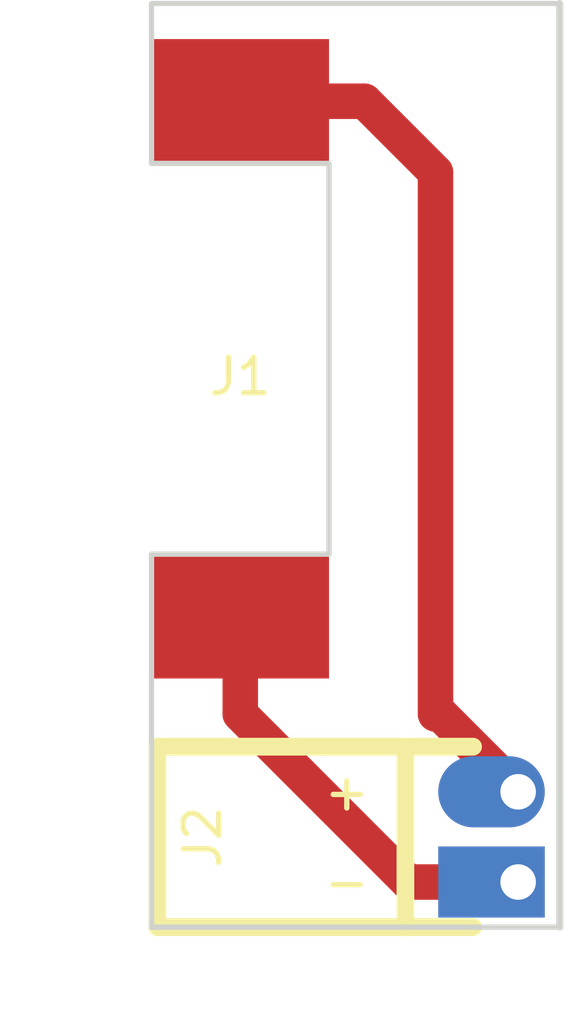
<source format=kicad_pcb>
(kicad_pcb (version 20171130) (host pcbnew "(5.0.2)-1")

  (general
    (thickness 1.6)
    (drawings 8)
    (tracks 8)
    (zones 0)
    (modules 2)
    (nets 3)
  )

  (page A4)
  (layers
    (0 F.Cu signal)
    (31 B.Cu signal)
    (32 B.Adhes user)
    (33 F.Adhes user)
    (34 B.Paste user)
    (35 F.Paste user)
    (36 B.SilkS user)
    (37 F.SilkS user)
    (38 B.Mask user)
    (39 F.Mask user)
    (40 Dwgs.User user)
    (41 Cmts.User user)
    (42 Eco1.User user)
    (43 Eco2.User user)
    (44 Edge.Cuts user)
    (45 Margin user)
    (46 B.CrtYd user)
    (47 F.CrtYd user)
    (48 B.Fab user)
    (49 F.Fab user)
  )

  (setup
    (last_trace_width 1)
    (trace_clearance 0.2)
    (zone_clearance 0.508)
    (zone_45_only no)
    (trace_min 0.2)
    (segment_width 0.2)
    (edge_width 0.15)
    (via_size 0.8)
    (via_drill 0.4)
    (via_min_size 0.4)
    (via_min_drill 0.3)
    (uvia_size 0.3)
    (uvia_drill 0.1)
    (uvias_allowed no)
    (uvia_min_size 0.2)
    (uvia_min_drill 0.1)
    (pcb_text_width 0.3)
    (pcb_text_size 1.5 1.5)
    (mod_edge_width 0.15)
    (mod_text_size 1 1)
    (mod_text_width 0.15)
    (pad_size 5 3.5)
    (pad_drill 0)
    (pad_to_mask_clearance 0.051)
    (solder_mask_min_width 0.25)
    (aux_axis_origin 0 0)
    (grid_origin 0 -3)
    (visible_elements FFFFFF7F)
    (pcbplotparams
      (layerselection 0x010fc_ffffffff)
      (usegerberextensions false)
      (usegerberattributes false)
      (usegerberadvancedattributes false)
      (creategerberjobfile false)
      (excludeedgelayer true)
      (linewidth 0.100000)
      (plotframeref false)
      (viasonmask false)
      (mode 1)
      (useauxorigin false)
      (hpglpennumber 1)
      (hpglpenspeed 20)
      (hpglpendiameter 15.000000)
      (psnegative false)
      (psa4output false)
      (plotreference true)
      (plotvalue true)
      (plotinvisibletext false)
      (padsonsilk false)
      (subtractmaskfromsilk false)
      (outputformat 1)
      (mirror false)
      (drillshape 0)
      (scaleselection 1)
      (outputdirectory "output"))
  )

  (net 0 "")
  (net 1 "Net-(J1-Pad1)")
  (net 2 "Net-(J1-Pad2)")

  (net_class Default "This is the default net class."
    (clearance 0.2)
    (trace_width 1)
    (via_dia 0.8)
    (via_drill 0.4)
    (uvia_dia 0.3)
    (uvia_drill 0.1)
    (add_net "Net-(J1-Pad1)")
    (add_net "Net-(J1-Pad2)")
  )

  (module OOBB:GM1 (layer F.Cu) (tedit 612A8333) (tstamp 615BE6F5)
    (at -5.5 0)
    (path /612A7E05)
    (fp_text reference J1 (at 0 0.5) (layer F.SilkS)
      (effects (font (size 1 1) (thickness 0.15)))
    )
    (fp_text value Conn_01x02_Male (at 0 -0.5) (layer F.Fab)
      (effects (font (size 1 1) (thickness 0.15)))
    )
    (pad 1 smd rect (at 0 7.25) (size 5 3.5) (layers F.Cu F.Paste F.Mask)
      (net 1 "Net-(J1-Pad1)"))
    (pad 2 smd rect (at 0 -7.25) (size 5 3.5) (layers F.Cu F.Paste F.Mask)
      (net 2 "Net-(J1-Pad2)"))
  )

  (module OOBB:HEAD-I01-X-PI02-RA-OOBB-WI-M2 (layer F.Cu) (tedit 610D9B02) (tstamp 615BE7FF)
    (at 2.327 14.73 180)
    (path /612A7E3D)
    (fp_text reference J2 (at 8.89 1.27 270) (layer F.SilkS)
      (effects (font (size 1 1) (thickness 0.15)))
    )
    (fp_text value Conn_01x02_Male (at 5.08 -3.175 180) (layer F.Fab)
      (effects (font (size 1 1) (thickness 0.15)))
    )
    (fp_line (start 1.27 3.81) (end 10.16 3.81) (layer F.SilkS) (width 0.5))
    (fp_line (start 3.175 -1.27) (end 3.175 3.81) (layer F.SilkS) (width 0.5))
    (fp_line (start 10.16 3.81) (end 10.16 -1.27) (layer F.SilkS) (width 0.5))
    (fp_line (start 1.27 -1.27) (end 10.16 -1.27) (layer F.SilkS) (width 0.5))
    (fp_text user + (at 4.826 2.54 180) (layer F.SilkS)
      (effects (font (size 1 1) (thickness 0.15)))
    )
    (fp_text user - (at 4.826 0 180) (layer F.SilkS)
      (effects (font (size 1 1) (thickness 0.15)))
    )
    (pad 2 thru_hole oval (at 0 2.54 180) (size 3 2) (drill 1 (offset 0.75 0)) (layers *.Cu *.Mask)
      (net 2 "Net-(J1-Pad2)"))
    (pad 1 thru_hole rect (at 0 0 180) (size 3 2) (drill 1 (offset 0.75 0)) (layers *.Cu *.Mask)
      (net 1 "Net-(J1-Pad1)"))
  )

  (gr_line (start -8 -10) (end 3.5 -10) (layer Edge.Cuts) (width 0.15))
  (gr_line (start -8 -5.5) (end -8 -10) (layer Edge.Cuts) (width 0.15))
  (gr_line (start -3 -5.5) (end -8 -5.5) (layer Edge.Cuts) (width 0.15))
  (gr_line (start -3 5.5) (end -3 -5.5) (layer Edge.Cuts) (width 0.15))
  (gr_line (start -3 5.5) (end -8 5.5) (layer Edge.Cuts) (width 0.15))
  (gr_line (start -8 16) (end -8 5.5) (layer Edge.Cuts) (width 0.15))
  (gr_line (start -8 16) (end 3.5 16) (layer Edge.Cuts) (width 0.15))
  (gr_line (start 3.5 -10) (end 3.5 16) (layer Edge.Cuts) (width 0.2))

  (segment (start -0.77 14.73) (end 2.19999 14.73) (width 1) (layer F.Cu) (net 1))
  (segment (start -5.5 10) (end -0.77 14.73) (width 1) (layer F.Cu) (net 1))
  (segment (start -5.5 7.25) (end -5.5 10) (width 1) (layer F.Cu) (net 1))
  (segment (start -2 -7.25) (end 0 -5.25) (width 1) (layer F.Cu) (net 2))
  (segment (start -5.5 -7.25) (end -2 -7.25) (width 1) (layer F.Cu) (net 2))
  (segment (start 0 -5.25) (end 0 10) (width 1) (layer F.Cu) (net 2))
  (segment (start 0.137 10) (end 2.19999 12.06299) (width 1) (layer F.Cu) (net 2))
  (segment (start 0 10) (end 0.137 10) (width 1) (layer F.Cu) (net 2))

)

</source>
